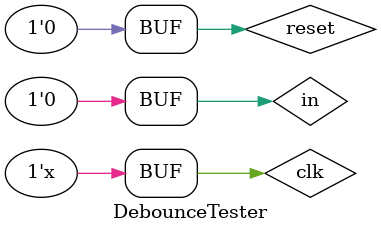
<source format=v>
`timescale 1ns / 1ps


module DebounceTester;

	// Inputs
	reg in;
	reg clk;
	reg reset;

	// Outputs
	wire out;
	wire chk;
	wire [7:0]count;
	

	// Instantiate the Unit Under Test (UUT)
	Debouncer uut (
		.in(in), 
		.clk(clk), 
		.reset(reset), 
		.out(out),
		.chk(chk),
		.count(count)
	);

	initial begin
		// Initialize Inputs
		in = 0;
		clk = 0;
		reset = 0;

		// Wait 100 ns for global reset to finish
		#100;
        
		// Add stimulus here
		reset = 1;
		#10;
		reset = 0;
		#10;
		
		
		in = 1;
		#100;
		if(out == 'b1)
			$display("Error in first test");
		in = 0;
		#10;
		
		
		in = 1;
		#50000000;
		if(out != 'b1)
			$display("Error in second test");
		
		in = 0;
		#10;
		if(out == 'b0)
			$display("Error in third test");
		in = 1;
		#10;
		in = 0;
		#50000000;
		if(out != 'b0)
			$display("Error in fourth test");
		
	end
      
	always begin
		clk = ~clk;
		#10;
	end
endmodule


</source>
